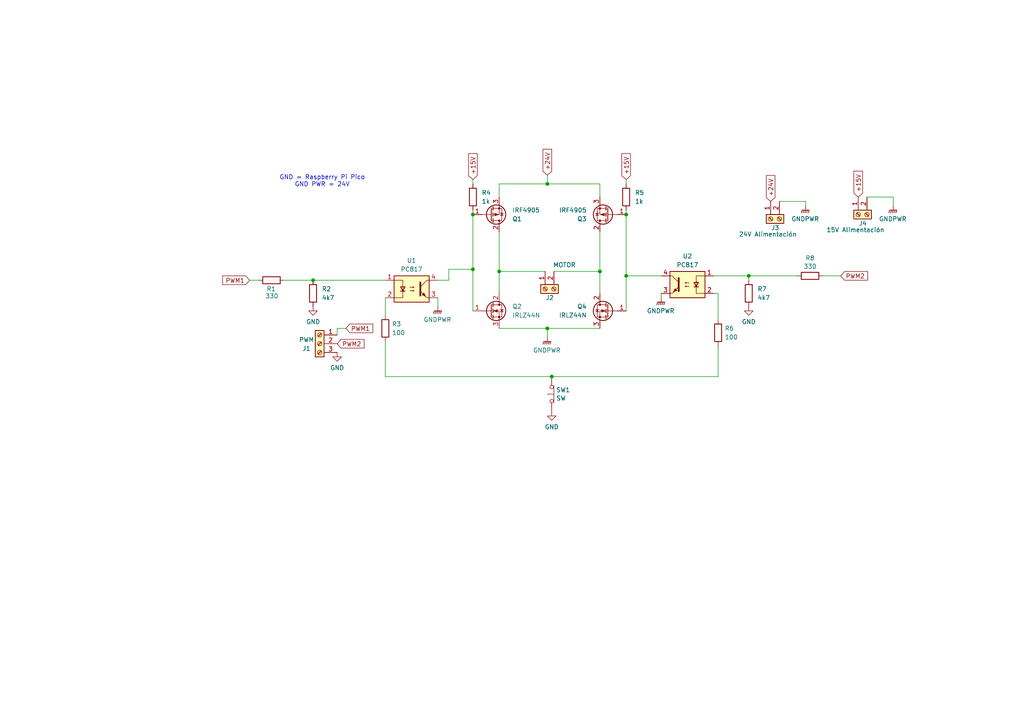
<source format=kicad_sch>
(kicad_sch (version 20231120) (generator "eeschema") (generator_version "8.0")
  (paper "A4")
  (lib_symbols
    (symbol "Connector:Screw_Terminal_01x02" (pin_names (offset 1.016) hide)
      (property "Reference" "J" (at 0 2.54 0))
      (property "Value" "Screw_Terminal_01x02" (at 0 -5.08 0))
      (symbol "Screw_Terminal_01x02_1_1"
        (rectangle (start -1.27 1.27) (end 1.27 -3.81) (stroke (width 0.254)) (fill (type background)))
        (circle (center 0 -2.54) (radius 0.635) (stroke (width 0.1524)))
        (polyline (pts (xy -0.5334 -2.2098) (xy 0.3302 -3.048)) (stroke (width 0.1524)))
        (polyline (pts (xy -0.5334 0.3302) (xy 0.3302 -0.508)) (stroke (width 0.1524)))
        (polyline (pts (xy -0.3556 -2.032) (xy 0.508 -2.8702)) (stroke (width 0.1524)))
        (polyline (pts (xy -0.3556 0.508) (xy 0.508 -0.3302)) (stroke (width 0.1524)))
        (circle (center 0 0) (radius 0.635) (stroke (width 0.1524)))
        (pin passive line (at -5.08 0 0) (length 3.81) (name "Pin_1") (number "1"))
        (pin passive line (at -5.08 -2.54 0) (length 3.81) (name "Pin_2") (number "2"))
      )
    )
    (symbol "Connector:Screw_Terminal_01x03" (pin_names (offset 1.016) hide)
      (property "Reference" "J" (at 0 5.08 0))
      (property "Value" "Screw_Terminal_01x03" (at 0 -5.08 0))
      (symbol "Screw_Terminal_01x03_1_1"
        (rectangle (start -1.27 3.81) (end 1.27 -3.81) (stroke (width 0.254)) (fill (type background)))
        (circle (center 0 -2.54) (radius 0.635) (stroke (width 0.1524)))
        (polyline (pts (xy -0.5334 -2.2098) (xy 0.3302 -3.048)) (stroke (width 0.1524)))
        (polyline (pts (xy -0.5334 0.3302) (xy 0.3302 -0.508)) (stroke (width 0.1524)))
        (polyline (pts (xy -0.5334 2.8702) (xy 0.3302 2.032)) (stroke (width 0.1524)))
        (polyline (pts (xy -0.3556 -2.032) (xy 0.508 -2.8702)) (stroke (width 0.1524)))
        (polyline (pts (xy -0.3556 0.508) (xy 0.508 -0.3302)) (stroke (width 0.1524)))
        (polyline (pts (xy -0.3556 3.048) (xy 0.508 2.2098)) (stroke (width 0.1524)))
        (circle (center 0 0) (radius 0.635) (stroke (width 0.1524)))
        (circle (center 0 2.54) (radius 0.635) (stroke (width 0.1524)))
        (pin passive line (at -5.08 2.54 0) (length 3.81) (name "Pin_1") (number "1"))
        (pin passive line (at -5.08 0 0) (length 3.81) (name "Pin_2") (number "2"))
        (pin passive line (at -5.08 -2.54 0) (length 3.81) (name "Pin_3") (number "3"))
      )
    )
    (symbol "Device:R" (pin_numbers hide) (pin_names (offset 0))
      (property "Reference" "R" (at 2.032 0 90))
      (property "Value" "R" (at 0 0 90))
      (symbol "R_0_1"
        (rectangle (start -1.016 -2.54) (end 1.016 2.54) (stroke (width 0.254)))
      )
      (symbol "R_1_1"
        (pin passive line (at 0 3.81 270) (length 1.27) (name "~") (number "1"))
        (pin passive line (at 0 -3.81 90) (length 1.27) (name "~") (number "2"))
      )
    )
    (symbol "Isolator:PC817" (pin_names (offset 1.016))
      (property "Reference" "U" (at -5.08 5.08 0))
      (property "Value" "PC817" (at 0 5.08 0))
      (symbol "PC817_0_1"
        (rectangle (start -5.08 3.81) (end 5.08 -3.81) (stroke (width 0.254)) (fill (type background)))
        (polyline (pts (xy -3.175 -0.635) (xy -1.905 -0.635)) (stroke (width 0.254)))
        (polyline (pts (xy 2.54 0.635) (xy 4.445 2.54)))
        (polyline (pts (xy 4.445 -2.54) (xy 2.54 -0.635)) (fill (type outline)))
        (polyline (pts (xy 4.445 -2.54) (xy 5.08 -2.54)))
        (polyline (pts (xy 4.445 2.54) (xy 5.08 2.54)))
        (polyline (pts (xy -5.08 2.54) (xy -2.54 2.54) (xy -2.54 -0.635)))
        (polyline (pts (xy -2.54 -0.635) (xy -2.54 -2.54) (xy -5.08 -2.54)))
        (polyline (pts (xy 2.54 1.905) (xy 2.54 -1.905) (xy 2.54 -1.905)) (stroke (width 0.508)))
        (polyline (pts (xy -2.54 -0.635) (xy -3.175 0.635) (xy -1.905 0.635) (xy -2.54 -0.635)) (stroke (width 0.254)))
        (polyline (pts (xy -0.508 -0.508) (xy 0.762 -0.508) (xy 0.381 -0.635) (xy 0.381 -0.381) (xy 0.762 -0.508)))
        (polyline (pts (xy -0.508 0.508) (xy 0.762 0.508) (xy 0.381 0.381) (xy 0.381 0.635) (xy 0.762 0.508)))
        (polyline (pts (xy 3.048 -1.651) (xy 3.556 -1.143) (xy 4.064 -2.159) (xy 3.048 -1.651) (xy 3.048 -1.651)) (fill (type outline)))
      )
      (symbol "PC817_1_1"
        (pin passive line (at -7.62 2.54 0) (length 2.54) (name "~") (number "1"))
        (pin passive line (at -7.62 -2.54 0) (length 2.54) (name "~") (number "2"))
        (pin passive line (at 7.62 -2.54 180) (length 2.54) (name "~") (number "3"))
        (pin passive line (at 7.62 2.54 180) (length 2.54) (name "~") (number "4"))
      )
    )
    (symbol "Switch:SW_Push_Open" (pin_numbers hide) (pin_names (offset 1.016) hide)
      (property "Reference" "SW" (at 0 2.54 0))
      (property "Value" "SW_Push_Open" (at 0 -1.905 0))
      (symbol "SW_Push_Open_0_1"
        (circle (center -2.032 0) (radius 0.508))
        (polyline (pts (xy -2.54 -0.635) (xy 2.54 -0.635)))
        (polyline (pts (xy 0 -0.635) (xy 0 1.27)))
        (circle (center 2.032 0) (radius 0.508))
        (pin passive line (at -5.08 0 0) (length 2.54) (name "A") (number "1"))
      )
      (symbol "SW_Push_Open_1_1"
        (pin passive line (at 5.08 0 180) (length 2.54) (name "B") (number "2"))
      )
    )
    (symbol "Transistor_FET:IRF4905" (pin_names hide)
      (property "Reference" "Q" (at 5.08 1.905 0))
      (property "Value" "IRF4905" (at 5.08 0 0))
      (symbol "IRF4905_0_1"
        (polyline (pts (xy 0.254 0) (xy -2.54 0)))
        (polyline (pts (xy 0.254 1.905) (xy 0.254 -1.905)) (stroke (width 0.254)))
        (polyline (pts (xy 0.762 -1.27) (xy 0.762 -2.286)) (stroke (width 0.254)))
        (polyline (pts (xy 0.762 0.508) (xy 0.762 -0.508)) (stroke (width 0.254)))
        (polyline (pts (xy 0.762 2.286) (xy 0.762 1.27)) (stroke (width 0.254)))
        (polyline (pts (xy 2.54 2.54) (xy 2.54 1.778)))
        (polyline (pts (xy 2.54 -2.54) (xy 2.54 0) (xy 0.762 0)))
        (polyline (pts (xy 0.762 1.778) (xy 3.302 1.778) (xy 3.302 -1.778) (xy 0.762 -1.778)))
        (polyline (pts (xy 2.286 0) (xy 1.27 0.381) (xy 1.27 -0.381) (xy 2.286 0)) (fill (type outline)))
        (polyline (pts (xy 2.794 -0.508) (xy 2.921 -0.381) (xy 3.683 -0.381) (xy 3.81 -0.254)))
        (polyline (pts (xy 3.302 -0.381) (xy 2.921 0.254) (xy 3.683 0.254) (xy 3.302 -0.381)))
        (circle (center 1.651 0) (radius 2.794) (stroke (width 0.254)))
        (circle (center 2.54 -1.778) (radius 0.254) (fill (type outline)))
        (circle (center 2.54 1.778) (radius 0.254) (fill (type outline)))
      )
      (symbol "IRF4905_1_1"
        (pin input line (at -5.08 0 0) (length 2.54) (name "G") (number "1"))
        (pin passive line (at 2.54 5.08 270) (length 2.54) (name "D") (number "2"))
        (pin passive line (at 2.54 -5.08 90) (length 2.54) (name "S") (number "3"))
      )
    )
    (symbol "Transistor_FET:IRLZ44N" (pin_names hide)
      (property "Reference" "Q" (at 6.35 1.905 0))
      (property "Value" "IRLZ44N" (at 6.35 0 0))
      (symbol "IRLZ44N_0_1"
        (polyline (pts (xy 0.254 0) (xy -2.54 0)))
        (polyline (pts (xy 0.254 1.905) (xy 0.254 -1.905)) (stroke (width 0.254)))
        (polyline (pts (xy 0.762 -1.27) (xy 0.762 -2.286)) (stroke (width 0.254)))
        (polyline (pts (xy 0.762 0.508) (xy 0.762 -0.508)) (stroke (width 0.254)))
        (polyline (pts (xy 0.762 2.286) (xy 0.762 1.27)) (stroke (width 0.254)))
        (polyline (pts (xy 2.54 2.54) (xy 2.54 1.778)))
        (polyline (pts (xy 2.54 -2.54) (xy 2.54 0) (xy 0.762 0)))
        (polyline (pts (xy 0.762 -1.778) (xy 3.302 -1.778) (xy 3.302 1.778) (xy 0.762 1.778)))
        (polyline (pts (xy 1.016 0) (xy 2.032 0.381) (xy 2.032 -0.381) (xy 1.016 0)) (fill (type outline)))
        (polyline (pts (xy 2.794 0.508) (xy 2.921 0.381) (xy 3.683 0.381) (xy 3.81 0.254)))
        (polyline (pts (xy 3.302 0.381) (xy 2.921 -0.254) (xy 3.683 -0.254) (xy 3.302 0.381)))
        (circle (center 1.651 0) (radius 2.794) (stroke (width 0.254)))
        (circle (center 2.54 -1.778) (radius 0.254) (fill (type outline)))
        (circle (center 2.54 1.778) (radius 0.254) (fill (type outline)))
      )
      (symbol "IRLZ44N_1_1"
        (pin input line (at -5.08 0 0) (length 2.54) (name "G") (number "1"))
        (pin passive line (at 2.54 5.08 270) (length 2.54) (name "D") (number "2"))
        (pin passive line (at 2.54 -5.08 90) (length 2.54) (name "S") (number "3"))
      )
    )
    (symbol "power:GND" (power) (pin_names (offset 0))
      (property "Value" "GND" (at 0 -3.81 0))
      (symbol "GND_0_1"
        (polyline (pts (xy 0 0) (xy 0 -1.27) (xy 1.27 -1.27) (xy 0 -2.54) (xy -1.27 -1.27) (xy 0 -1.27)))
      )
      (symbol "GND_1_1"
        (pin power_in line (at 0 0 270) (length 0) hide (name "GND") (number "1"))
      )
    )
    (symbol "power:GNDPWR" (power) (pin_numbers hide) (pin_names (offset 0) hide)
      (property "Value" "GNDPWR" (at 0 -3.302 0))
      (symbol "GNDPWR_0_1"
        (polyline (pts (xy 0 -1.27) (xy 0 0)))
        (polyline (pts (xy -1.016 -1.27) (xy -1.27 -2.032) (xy -1.27 -2.032)) (stroke (width 0.2032)))
        (polyline (pts (xy -0.508 -1.27) (xy -0.762 -2.032) (xy -0.762 -2.032)) (stroke (width 0.2032)))
        (polyline (pts (xy 0 -1.27) (xy -0.254 -2.032) (xy -0.254 -2.032)) (stroke (width 0.2032)))
        (polyline (pts (xy 0.508 -1.27) (xy 0.254 -2.032) (xy 0.254 -2.032)) (stroke (width 0.2032)))
        (polyline (pts (xy 1.016 -1.27) (xy -1.016 -1.27) (xy -1.016 -1.27)) (stroke (width 0.2032)))
        (polyline (pts (xy 1.016 -1.27) (xy 0.762 -2.032) (xy 0.762 -2.032) (xy 0.762 -2.032)) (stroke (width 0.2032)))
      )
      (symbol "GNDPWR_1_1"
        (pin power_in line (at 0 0 270) (length 0) (name "~") (number "1"))
      )
    )
  )
  (junction (at 160.02 109.22))
  (junction (at 137.16 78.105))
  (junction (at 144.78 78.74))
  (junction (at 173.99 78.74))
  (junction (at 181.61 80.01))
  (junction (at 137.16 62.23))
  (junction (at 181.61 62.23))
  (junction (at 217.17 80.01))
  (junction (at 158.75 53.34))
  (junction (at 90.805 81.28))
  (junction (at 158.75 95.25))
  (wire (pts (xy 137.16 60.96) (xy 137.16 62.23)))
  (wire (pts (xy 207.01 85.09) (xy 208.28 85.09)))
  (wire (pts (xy 181.61 52.07) (xy 181.61 53.34)))
  (wire (pts (xy 233.68 58.42) (xy 233.68 59.69)))
  (wire (pts (xy 181.61 62.23) (xy 181.61 80.01)))
  (wire (pts (xy 259.08 57.15) (xy 259.08 59.69)))
  (wire (pts (xy 160.02 109.22) (xy 208.28 109.22)))
  (wire (pts (xy 144.78 78.74) (xy 144.78 85.09)))
  (wire (pts (xy 181.61 80.01) (xy 181.61 90.17)))
  (wire (pts (xy 97.79 95.25) (xy 100.33 95.25)))
  (wire (pts (xy 158.75 95.25) (xy 173.99 95.25)))
  (wire (pts (xy 173.99 67.31) (xy 173.99 78.74)))
  (wire (pts (xy 181.61 80.01) (xy 191.77 80.01)))
  (wire (pts (xy 181.61 60.96) (xy 181.61 62.23)))
  (wire (pts (xy 226.06 58.42) (xy 233.68 58.42)))
  (wire (pts (xy 217.17 80.01) (xy 217.17 81.28)))
  (wire (pts (xy 111.76 109.22) (xy 160.02 109.22)))
  (wire (pts (xy 160.655 78.74) (xy 173.99 78.74)))
  (wire (pts (xy 137.16 52.07) (xy 137.16 53.34)))
  (wire (pts (xy 173.99 53.34) (xy 173.99 57.15)))
  (wire (pts (xy 111.76 99.06) (xy 111.76 109.22)))
  (wire (pts (xy 111.76 86.36) (xy 111.76 91.44)))
  (wire (pts (xy 137.16 62.23) (xy 137.16 78.105)))
  (wire (pts (xy 144.78 67.31) (xy 144.78 78.74)))
  (wire (pts (xy 207.01 80.01) (xy 217.17 80.01)))
  (wire (pts (xy 137.16 78.105) (xy 137.16 90.17)))
  (wire (pts (xy 217.17 80.01) (xy 231.14 80.01)))
  (wire (pts (xy 97.79 97.155) (xy 97.79 95.25)))
  (wire (pts (xy 208.28 100.33) (xy 208.28 109.22)))
  (wire (pts (xy 173.99 85.09) (xy 173.99 78.74)))
  (wire (pts (xy 137.16 78.105) (xy 130.175 78.105)))
  (wire (pts (xy 208.28 85.09) (xy 208.28 92.71)))
  (wire (pts (xy 251.46 57.15) (xy 259.08 57.15)))
  (wire (pts (xy 144.78 78.74) (xy 158.115 78.74)))
  (wire (pts (xy 130.175 78.105) (xy 130.175 81.28)))
  (wire (pts (xy 158.75 53.34) (xy 173.99 53.34)))
  (wire (pts (xy 158.75 97.79) (xy 158.75 95.25)))
  (wire (pts (xy 90.805 81.28) (xy 111.76 81.28)))
  (wire (pts (xy 191.77 85.09) (xy 191.77 86.36)))
  (wire (pts (xy 144.78 53.34) (xy 158.75 53.34)))
  (wire (pts (xy 127 86.36) (xy 127 88.9)))
  (wire (pts (xy 127 81.28) (xy 130.175 81.28)))
  (wire (pts (xy 144.78 53.34) (xy 144.78 57.15)))
  (wire (pts (xy 238.76 80.01) (xy 243.84 80.01)))
  (wire (pts (xy 144.78 95.25) (xy 158.75 95.25)))
  (wire (pts (xy 158.75 50.8) (xy 158.75 53.34)))
  (wire (pts (xy 82.55 81.28) (xy 90.805 81.28)))
  (wire (pts (xy 72.39 81.28) (xy 74.93 81.28)))
  (text "GND = Raspberry Pi Pico\nGND PWR = 24V" (at 93.472 52.578 0) (effects (font (size 1.27 1.27))))
  (global_label "PWM2" (shape input) (at 243.84 80.01 0) (property "Intersheetrefs" "${INTERSHEET_REFS}" (effects (hide yes))))
  (global_label "PWM1" (shape input) (at 100.33 95.25 0) (property "Intersheetrefs" "${INTERSHEET_REFS}" (effects (hide yes))))
  (global_label "+24V" (shape input) (at 223.52 58.42 90) (property "Intersheetrefs" "${INTERSHEET_REFS}" (effects (hide yes))))
  (global_label "+15V" (shape input) (at 248.92 57.15 90) (property "Intersheetrefs" "${INTERSHEET_REFS}" (effects (hide yes))))
  (global_label "+15V" (shape input) (at 137.16 52.07 90) (property "Intersheetrefs" "${INTERSHEET_REFS}" (effects (hide yes))))
  (global_label "+15V" (shape input) (at 181.61 52.07 90) (property "Intersheetrefs" "${INTERSHEET_REFS}" (effects (hide yes))))
  (global_label "PWM1" (shape input) (at 72.39 81.28 180) (property "Intersheetrefs" "${INTERSHEET_REFS}" (effects (hide yes))))
  (global_label "PWM2" (shape input) (at 97.79 99.695 0) (property "Intersheetrefs" "${INTERSHEET_REFS}" (effects (hide yes))))
  (global_label "+24V" (shape input) (at 158.75 50.8 90) (property "Intersheetrefs" "${INTERSHEET_REFS}" (effects (hide yes))))
  (symbol (lib_id "Device:R") (at 78.74 81.28 90) (unit 1)
    (property "Reference" "R1" (at 80.01 83.82 90) (effects (justify left)))
    (property "Value" "330" (at 80.772 85.852 90) (effects (justify left)))
    (property "Footprint" "Resistor_THT:R_Axial_DIN0309_L9.0mm_D3.2mm_P12.70mm_Horizontal" (effects (hide yes)))
  )
  (symbol (lib_id "Device:R") (at 208.28 96.52 0) (unit 1)
    (property "Reference" "R6" (at 210.185 95.25 0) (effects (justify left)))
    (property "Value" "100" (at 210.185 97.79 0) (effects (justify left)))
    (property "Footprint" "Resistor_THT:R_Axial_DIN0309_L9.0mm_D3.2mm_P12.70mm_Horizontal" (effects (hide yes)))
  )
  (symbol (lib_id "Device:R") (at 111.76 95.25 0) (unit 1)
    (property "Reference" "R3" (at 113.665 93.98 0) (effects (justify left)))
    (property "Value" "100" (at 113.665 96.52 0) (effects (justify left)))
    (property "Footprint" "Resistor_THT:R_Axial_DIN0309_L9.0mm_D3.2mm_P12.70mm_Horizontal" (effects (hide yes)))
  )
  (symbol (lib_id "power:GND") (at 90.805 88.9 0) (unit 1)
    (property "Reference" "#PWR01" (effects (hide yes)))
    (property "Value" "GND" (at 90.805 93.345 0))
  )
  (symbol (lib_id "Switch:SW_Push_Open") (at 160.02 114.3 90) (unit 1)
    (property "Reference" "SW1" (at 161.29 113.0878 90) (effects (justify right)))
    (property "Value" "SW" (at 161.29 115.5121 90) (effects (justify right)))
    (property "Footprint" "Connector_PinHeader_2.54mm:PinHeader_1x02_P2.54mm_Vertical" (effects (hide yes)))
  )
  (symbol (lib_id "power:GND") (at 217.17 88.9 0) (unit 1)
    (property "Reference" "#PWR07" (effects (hide yes)))
    (property "Value" "GND" (at 217.17 93.345 0))
  )
  (symbol (lib_id "power:GND") (at 160.02 119.38 0) (unit 1)
    (property "Reference" "#PWR05" (effects (hide yes)))
    (property "Value" "GND" (at 160.02 123.825 0))
  )
  (symbol (lib_id "Transistor_FET:IRF4905") (at 142.24 62.23 0) (mirror x) (unit 1)
    (property "Reference" "Q1" (at 148.59 63.5 0) (effects (justify left)))
    (property "Value" "IRF4905" (at 148.59 60.96 0) (effects (justify left)))
    (property "Footprint" "Package_TO_SOT_THT:TO-220-3_Vertical" (effects (hide yes)))
    (property "Datasheet" "http://www.infineon.com/dgdl/irf4905.pdf?fileId=5546d462533600a4015355e32165197c" (effects (hide yes)))
  )
  (symbol (lib_id "power:GNDPWR") (at 233.68 59.69 0) (unit 1)
    (property "Reference" "#PWR06" (effects (hide yes)))
    (property "Value" "GNDPWR" (at 233.553 63.5 0))
    (property "Description" "Power symbol creates a global label with name \"GNDPWR\" , global ground" (effects (hide yes)))
  )
  (symbol (lib_id "Connector:Screw_Terminal_01x03") (at 92.71 99.695 0) (mirror y) (unit 1)
    (property "Reference" "J1" (at 88.9 101.092 0))
    (property "Value" "PWM" (at 88.9 98.552 0))
    (property "Footprint" "Connector_PinHeader_2.54mm:PinHeader_1x03_P2.54mm_Vertical" (effects (hide yes)))
  )
  (symbol (lib_id "Device:R") (at 137.16 57.15 0) (unit 1)
    (property "Reference" "R4" (at 139.7 55.88 0) (effects (justify left)))
    (property "Value" "1k" (at 139.7 58.42 0) (effects (justify left)))
    (property "Footprint" "Resistor_THT:R_Axial_DIN0309_L9.0mm_D3.2mm_P12.70mm_Horizontal" (effects (hide yes)))
  )
  (symbol (lib_id "power:GNDPWR") (at 158.75 97.79 0) (unit 1)
    (property "Reference" "#PWR04" (effects (hide yes)))
    (property "Value" "GNDPWR" (at 158.623 101.6 0))
    (property "Description" "Power symbol creates a global label with name \"GNDPWR\" , global ground" (effects (hide yes)))
  )
  (symbol (lib_id "Connector:Screw_Terminal_01x02") (at 248.92 62.23 90) (mirror x) (unit 1)
    (property "Reference" "J4" (at 251.46 64.77 90) (effects (justify left)))
    (property "Value" "15V Alimentación" (at 256.54 66.675 90) (effects (justify left)))
    (property "Footprint" "Connector_PinHeader_2.54mm:PinHeader_1x02_P2.54mm_Vertical" (effects (hide yes)))
  )
  (symbol (lib_id "power:GND") (at 97.79 102.235 0) (unit 1)
    (property "Reference" "#PWR02" (effects (hide yes)))
    (property "Value" "GND" (at 97.79 106.68 0))
  )
  (symbol (lib_id "Transistor_FET:IRLZ44N") (at 142.24 90.17 0) (unit 1)
    (property "Reference" "Q2" (at 148.59 88.9 0) (effects (justify left)))
    (property "Value" "IRLZ44N" (at 148.59 91.44 0) (effects (justify left)))
    (property "Footprint" "Package_TO_SOT_THT:TO-220-3_Vertical" (effects (hide yes)))
    (property "Datasheet" "http://www.irf.com/product-info/datasheets/data/irlz44n.pdf" (effects (hide yes)))
  )
  (symbol (lib_id "power:GNDPWR") (at 127 88.9 0) (unit 1)
    (property "Reference" "#PWR03" (effects (hide yes)))
    (property "Value" "GNDPWR" (at 126.873 92.71 0))
    (property "Description" "Power symbol creates a global label with name \"GNDPWR\" , global ground" (effects (hide yes)))
  )
  (symbol (lib_id "power:GNDPWR") (at 191.77 86.36 0) (unit 1)
    (property "Reference" "#PWR010" (effects (hide yes)))
    (property "Value" "GNDPWR" (at 191.643 90.17 0))
    (property "Description" "Power symbol creates a global label with name \"GNDPWR\" , global ground" (effects (hide yes)))
  )
  (symbol (lib_id "Connector:Screw_Terminal_01x02") (at 158.115 83.82 90) (mirror x) (unit 1)
    (property "Reference" "J2" (at 160.655 86.36 90) (effects (justify left)))
    (property "Value" "MOTOR" (at 167.005 76.835 90) (effects (justify left)))
    (property "Footprint" "TerminalBlock_Dinkle:TerminalBlock_Dinkle_DT-55-B01X-02_P10.00mm" (effects (hide yes)))
  )
  (symbol (lib_id "Device:R") (at 181.61 57.15 0) (unit 1)
    (property "Reference" "R5" (at 184.15 55.88 0) (effects (justify left)))
    (property "Value" "1k" (at 184.15 58.42 0) (effects (justify left)))
    (property "Footprint" "Resistor_THT:R_Axial_DIN0309_L9.0mm_D3.2mm_P12.70mm_Horizontal" (effects (hide yes)))
  )
  (symbol (lib_id "Device:R") (at 234.95 80.01 90) (unit 1)
    (property "Reference" "R8" (at 234.95 74.8495 90))
    (property "Value" "330" (at 234.95 77.2738 90))
    (property "Footprint" "Resistor_THT:R_Axial_DIN0309_L9.0mm_D3.2mm_P12.70mm_Horizontal" (effects (hide yes)))
    (property "Description" "Resistor" (effects (hide yes)))
  )
  (symbol (lib_id "Device:R") (at 217.17 85.09 0) (unit 1)
    (property "Reference" "R7" (at 219.71 83.82 0) (effects (justify left)))
    (property "Value" "4k7" (at 219.71 86.36 0) (effects (justify left)))
    (property "Footprint" "Resistor_THT:R_Axial_DIN0309_L9.0mm_D3.2mm_P12.70mm_Horizontal" (effects (hide yes)))
  )
  (symbol (lib_id "power:GNDPWR") (at 259.08 59.69 0) (unit 1)
    (property "Reference" "#PWR08" (effects (hide yes)))
    (property "Value" "GNDPWR" (at 258.953 63.5 0))
    (property "Description" "Power symbol creates a global label with name \"GNDPWR\" , global ground" (effects (hide yes)))
  )
  (symbol (lib_id "Transistor_FET:IRLZ44N") (at 176.53 90.17 0) (mirror y) (unit 1)
    (property "Reference" "Q4" (at 170.18 88.9 0) (effects (justify left)))
    (property "Value" "IRLZ44N" (at 170.18 91.44 0) (effects (justify left)))
    (property "Footprint" "Package_TO_SOT_THT:TO-220-3_Vertical" (effects (hide yes)))
    (property "Datasheet" "http://www.irf.com/product-info/datasheets/data/irlz44n.pdf" (effects (hide yes)))
  )
  (symbol (lib_id "Connector:Screw_Terminal_01x02") (at 223.52 63.5 90) (mirror x) (unit 1)
    (property "Reference" "J3" (at 226.06 66.04 90) (effects (justify left)))
    (property "Value" "24V Alimentación" (at 231.14 67.945 90) (effects (justify left)))
    (property "Footprint" "TerminalBlock_Dinkle:TerminalBlock_Dinkle_DT-55-B01X-02_P10.00mm" (effects (hide yes)))
  )
  (symbol (lib_id "Transistor_FET:IRF4905") (at 176.53 62.23 180) (unit 1)
    (property "Reference" "Q3" (at 170.18 63.5 0) (effects (justify left)))
    (property "Value" "IRF4905" (at 170.18 60.96 0) (effects (justify left)))
    (property "Footprint" "Package_TO_SOT_THT:TO-220-3_Vertical" (effects (hide yes)))
    (property "Datasheet" "http://www.infineon.com/dgdl/irf4905.pdf?fileId=5546d462533600a4015355e32165197c" (effects (hide yes)))
  )
  (symbol (lib_id "Isolator:PC817") (at 199.39 82.55 0) (mirror y) (unit 1)
    (property "Reference" "U2" (at 199.39 74.295 0))
    (property "Value" "PC817" (at 199.39 76.835 0))
    (property "Footprint" "Package_DIP:DIP-4_W7.62mm" (effects (hide yes)))
    (property "Datasheet" "http://www.soselectronic.cz/a_info/resource/d/pc817.pdf" (effects (hide yes)))
  )
  (symbol (lib_id "Device:R") (at 90.805 85.09 0) (unit 1)
    (property "Reference" "R2" (at 93.345 83.82 0) (effects (justify left)))
    (property "Value" "4k7" (at 93.345 86.36 0) (effects (justify left)))
    (property "Footprint" "Resistor_THT:R_Axial_DIN0309_L9.0mm_D3.2mm_P12.70mm_Horizontal" (effects (hide yes)))
  )
  (symbol (lib_id "Isolator:PC817") (at 119.38 83.82 0) (unit 1)
    (property "Reference" "U1" (at 119.38 75.565 0))
    (property "Value" "PC817" (at 119.38 78.105 0))
    (property "Footprint" "Package_DIP:DIP-4_W7.62mm" (effects (hide yes)))
    (property "Datasheet" "http://www.soselectronic.cz/a_info/resource/d/pc817.pdf" (effects (hide yes)))
  )
)
</source>
